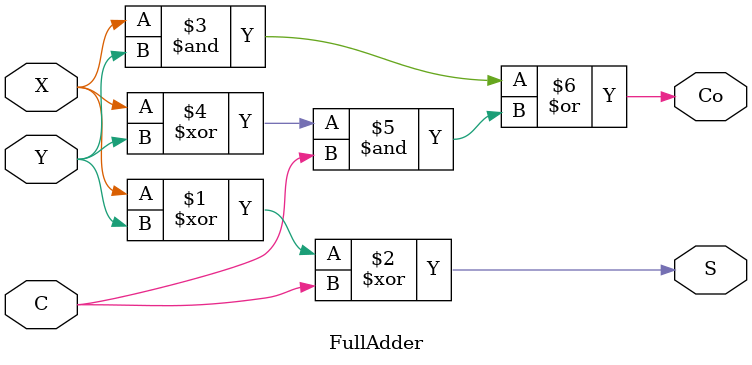
<source format=v>
`timescale 1ns / 1ps
module FullAdder(
   output S,
	output Co,
	input X,
	input Y,
	input C   
 );

assign S = X^Y^C;
assign Co = ((X&Y)| (X^Y)&C);

endmodule

</source>
